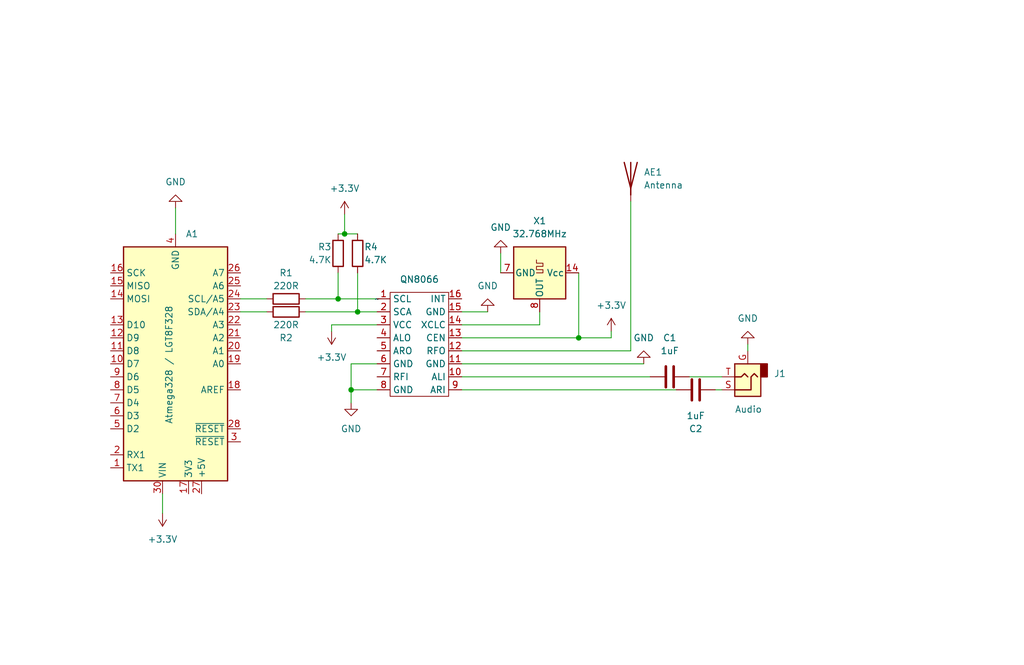
<source format=kicad_sch>
(kicad_sch (version 20230121) (generator eeschema)
  (paper "User" 200 129.997)
  (title_block (title "QN8066 and Arduino/Atmega328 basic setup") (company "Ricardo Lima Caratti"))
  (lib_symbols
    (symbol "Connector_Audio:AudioJack2_Ground"
      (property "Reference" "J" (at 0 8.89 0))
      (property "Value" "AudioJack2_Ground" (at 0 6.35 0))
      (symbol "AudioJack2_Ground_0_1"
        (rectangle (start -2.54 -2.54) (end -3.81 0) (stroke (width 0.254)) (fill (type outline)))
        (polyline (pts (xy 0 0) (xy 0.635 -0.635) (xy 1.27 0) (xy 2.54 0)) (stroke (width 0.254)))
        (polyline (pts (xy 2.54 2.54) (xy -0.635 2.54) (xy -0.635 0) (xy -1.27 -0.635) (xy -1.905 0)) (stroke (width 0.254)))
        (rectangle (start 2.54 3.81) (end -2.54 -2.54) (stroke (width 0.254)) (fill (type background)))
      )
      (symbol "AudioJack2_Ground_1_1"
        (pin passive line (at 0 -5.08 90) (length 2.54) (name "~") (number "G"))
        (pin passive line (at 5.08 2.54 180) (length 2.54) (name "~") (number "S"))
        (pin passive line (at 5.08 0 180) (length 2.54) (name "~") (number "T"))
      )
    )
    (symbol "Device:Antenna" (pin_numbers hide) (pin_names (offset 1.016) hide)
      (property "Reference" "AE" (at -1.905 1.905 0))
      (property "Value" "Antenna" (at -1.905 0 0))
      (symbol "Antenna_0_1"
        (polyline (pts (xy 0 2.54) (xy 0 -3.81)) (stroke (width 0.254)))
        (polyline (pts (xy 1.27 2.54) (xy 0 -2.54) (xy -1.27 2.54)) (stroke (width 0.254)))
      )
      (symbol "Antenna_1_1"
        (pin input line (at 0 -5.08 90) (length 2.54) (name "A") (number "1"))
      )
    )
    (symbol "Device:C" (pin_numbers hide) (pin_names (offset 0.254))
      (property "Reference" "C" (at 0.635 2.54 0))
      (property "Value" "C" (at 0.635 -2.54 0))
      (symbol "C_0_1"
        (polyline (pts (xy -2.032 -0.762) (xy 2.032 -0.762)) (stroke (width 0.508)))
        (polyline (pts (xy -2.032 0.762) (xy 2.032 0.762)) (stroke (width 0.508)))
      )
      (symbol "C_1_1"
        (pin passive line (at 0 3.81 270) (length 2.794) (name "~") (number "1"))
        (pin passive line (at 0 -3.81 90) (length 2.794) (name "~") (number "2"))
      )
    )
    (symbol "Device:R" (pin_numbers hide) (pin_names (offset 0))
      (property "Reference" "R" (at 2.032 0 90))
      (property "Value" "R" (at 0 0 90))
      (symbol "R_0_1"
        (rectangle (start -1.016 -2.54) (end 1.016 2.54) (stroke (width 0.254)))
      )
      (symbol "R_1_1"
        (pin passive line (at 0 3.81 270) (length 1.27) (name "~") (number "1"))
        (pin passive line (at 0 -3.81 90) (length 1.27) (name "~") (number "2"))
      )
    )
    (symbol "MCU_Module:Arduino_Nano_Every"
      (property "Reference" "A" (at -10.16 23.495 0))
      (property "Value" "Arduino_Nano_Every" (at 5.08 -24.13 0))
      (symbol "Arduino_Nano_Every_0_1"
        (rectangle (start -10.16 22.86) (end 10.16 -22.86) (stroke (width 0.254)) (fill (type background)))
      )
      (symbol "Arduino_Nano_Every_1_1"
        (pin bidirectional line (at -12.7 20.32 0) (length 2.54) (name "TX1") (number "1"))
        (pin bidirectional line (at -12.7 0 0) (length 2.54) (name "D7") (number "10"))
        (pin bidirectional line (at -12.7 -2.54 0) (length 2.54) (name "D8") (number "11"))
        (pin bidirectional line (at -12.7 -5.08 0) (length 2.54) (name "D9") (number "12"))
        (pin bidirectional line (at -12.7 -7.62 0) (length 2.54) (name "D10") (number "13"))
        (pin bidirectional line (at -12.7 -12.7 0) (length 2.54) (name "MOSI") (number "14"))
        (pin bidirectional line (at -12.7 -15.24 0) (length 2.54) (name "MISO") (number "15"))
        (pin bidirectional line (at -12.7 -17.78 0) (length 2.54) (name "SCK") (number "16"))
        (pin power_out line (at 2.54 25.4 270) (length 2.54) (name "3V3") (number "17"))
        (pin input line (at 12.7 5.08 180) (length 2.54) (name "AREF") (number "18"))
        (pin bidirectional line (at 12.7 0 180) (length 2.54) (name "A0") (number "19"))
        (pin bidirectional line (at -12.7 17.78 0) (length 2.54) (name "RX1") (number "2"))
        (pin bidirectional line (at 12.7 -2.54 180) (length 2.54) (name "A1") (number "20"))
        (pin bidirectional line (at 12.7 -5.08 180) (length 2.54) (name "A2") (number "21"))
        (pin bidirectional line (at 12.7 -7.62 180) (length 2.54) (name "A3") (number "22"))
        (pin bidirectional line (at 12.7 -10.16 180) (length 2.54) (name "SDA/A4") (number "23"))
        (pin bidirectional line (at 12.7 -12.7 180) (length 2.54) (name "SCL/A5") (number "24"))
        (pin bidirectional line (at 12.7 -15.24 180) (length 2.54) (name "A6") (number "25"))
        (pin bidirectional line (at 12.7 -17.78 180) (length 2.54) (name "A7") (number "26"))
        (pin power_out line (at 5.08 25.4 270) (length 2.54) (name "+5V") (number "27"))
        (pin input line (at 12.7 12.7 180) (length 2.54) (name "~{RESET}") (number "28"))
        (pin passive line (at 0 -25.4 90) (length 2.54) hide (name "GND") (number "29"))
        (pin input line (at 12.7 15.24 180) (length 2.54) (name "~{RESET}") (number "3"))
        (pin power_in line (at -2.54 25.4 270) (length 2.54) (name "VIN") (number "30"))
        (pin power_in line (at 0 -25.4 90) (length 2.54) (name "GND") (number "4"))
        (pin bidirectional line (at -12.7 12.7 0) (length 2.54) (name "D2") (number "5"))
        (pin bidirectional line (at -12.7 10.16 0) (length 2.54) (name "D3") (number "6"))
        (pin bidirectional line (at -12.7 7.62 0) (length 2.54) (name "D4") (number "7"))
        (pin bidirectional line (at -12.7 5.08 0) (length 2.54) (name "D5") (number "8"))
        (pin bidirectional line (at -12.7 2.54 0) (length 2.54) (name "D6") (number "9"))
      )
    )
    (symbol "Oscillator:ACO-xxxMHz" (pin_names (offset 0.254))
      (property "Reference" "X" (at -5.08 6.35 0))
      (property "Value" "ACO-xxxMHz" (at 1.27 -6.35 0))
      (symbol "ACO-xxxMHz_0_1"
        (rectangle (start -5.08 5.08) (end 5.08 -5.08) (stroke (width 0.254)) (fill (type background)))
        (polyline (pts (xy -2.54 -0.635) (xy -1.905 -0.635) (xy -1.905 0.635) (xy -1.27 0.635) (xy -1.27 -0.635) (xy -0.635 -0.635) (xy -0.635 0.635) (xy 0 0.635) (xy 0 -0.635)))
      )
      (symbol "ACO-xxxMHz_1_1"
        (pin no_connect line (at -5.08 2.54 0) (length 2.54) hide (name "NC") (number "1"))
        (pin power_in line (at 0 7.62 270) (length 2.54) (name "Vcc") (number "14"))
        (pin power_in line (at 0 -7.62 90) (length 2.54) (name "GND") (number "7"))
        (pin output line (at 7.62 0 180) (length 2.54) (name "OUT") (number "8"))
      )
    )
    (symbol "QN8066:QN8066"
      (property "Reference" "QN8066" (at 0 15.24 0))
      (symbol "QN8066_0_1"
        (rectangle (start -6.35 13.97) (end 5.08 -6.35))
      )
      (symbol "QN8066_1_1"
        (pin input line (at -8.89 12.7 0) (length 2.54) (name "SCL") (number "1"))
        (pin input line (at 7.62 -2.54 180) (length 2.54) (name "ALI") (number "10"))
        (pin passive line (at 7.62 0 180) (length 2.54) (name "GND") (number "11"))
        (pin output line (at 7.62 2.54 180) (length 2.54) (name "RFO") (number "12"))
        (pin input line (at 7.62 5.08 180) (length 2.54) (name "CEN") (number "13"))
        (pin input line (at 7.62 7.62 180) (length 2.54) (name "XCLC") (number "14"))
        (pin passive line (at 7.62 10.16 180) (length 2.54) (name "GND") (number "15"))
        (pin output line (at 7.62 12.7 180) (length 2.54) (name "INT") (number "16"))
        (pin bidirectional line (at -8.89 10.16 0) (length 2.54) (name "SCA") (number "2"))
        (pin power_in line (at -8.89 7.62 0) (length 2.54) (name "VCC") (number "3"))
        (pin output line (at -8.89 5.08 0) (length 2.54) (name "ALO") (number "4"))
        (pin output line (at -8.89 2.54 0) (length 2.54) (name "ARO") (number "5"))
        (pin passive line (at -8.89 0 0) (length 2.54) (name "GND") (number "6"))
        (pin input line (at -8.89 -2.54 0) (length 2.54) (name "RFI") (number "7"))
        (pin passive line (at -8.89 -5.08 0) (length 2.54) (name "GND") (number "8"))
        (pin input line (at 7.62 -5.08 180) (length 2.54) (name "ARI") (number "9"))
      )
    )
    (symbol "power:+3.3V" (power) (pin_names (offset 0))
      (property "Value" "+3.3V" (at 0 3.556 0))
      (symbol "+3.3V_0_1"
        (polyline (pts (xy -0.762 1.27) (xy 0 2.54)))
        (polyline (pts (xy 0 0) (xy 0 2.54)))
        (polyline (pts (xy 0 2.54) (xy 0.762 1.27)))
      )
      (symbol "+3.3V_1_1"
        (pin power_in line (at 0 0 90) (length 0) hide (name "+3.3V") (number "1"))
      )
    )
    (symbol "power:GND" (power) (pin_names (offset 0))
      (property "Value" "GND" (at 0 -3.81 0))
      (symbol "GND_0_1"
        (polyline (pts (xy 0 0) (xy 0 -1.27) (xy 1.27 -1.27) (xy 0 -2.54) (xy -1.27 -1.27) (xy 0 -1.27)))
      )
      (symbol "GND_1_1"
        (pin power_in line (at 0 0 270) (length 0) hide (name "GND") (number "1"))
      )
    )
  )
  (junction (at 66.04 58.42))
  (junction (at 69.85 60.96))
  (junction (at 113.03 66.04))
  (junction (at 67.31 45.72))
  (junction (at 68.58 76.2))
  (wire (pts (xy 66.04 58.42) (xy 73.66 58.42)))
  (wire (pts (xy 146.05 67.31) (xy 146.05 68.58)))
  (wire (pts (xy 73.66 71.12) (xy 68.58 71.12)))
  (wire (pts (xy 90.17 73.66) (xy 127 73.66)))
  (wire (pts (xy 67.31 41.91) (xy 67.31 45.72)))
  (wire (pts (xy 67.31 45.72) (xy 69.85 45.72)))
  (wire (pts (xy 113.03 66.04) (xy 119.38 66.04)))
  (wire (pts (xy 68.58 71.12) (xy 68.58 76.2)))
  (wire (pts (xy 90.17 76.2) (xy 132.08 76.2)))
  (wire (pts (xy 64.77 63.5) (xy 64.77 64.77)))
  (wire (pts (xy 90.17 60.96) (xy 95.25 60.96)))
  (wire (pts (xy 134.62 73.66) (xy 140.97 73.66)))
  (wire (pts (xy 97.79 49.53) (xy 97.79 53.34)))
  (wire (pts (xy 66.04 45.72) (xy 67.31 45.72)))
  (wire (pts (xy 90.17 63.5) (xy 105.41 63.5)))
  (wire (pts (xy 90.17 66.04) (xy 113.03 66.04)))
  (wire (pts (xy 59.69 58.42) (xy 66.04 58.42)))
  (wire (pts (xy 31.75 96.52) (xy 31.75 100.33)))
  (wire (pts (xy 73.66 63.5) (xy 64.77 63.5)))
  (wire (pts (xy 68.58 76.2) (xy 73.66 76.2)))
  (wire (pts (xy 69.85 53.34) (xy 69.85 60.96)))
  (wire (pts (xy 139.7 76.2) (xy 140.97 76.2)))
  (wire (pts (xy 123.19 68.58) (xy 123.19 39.37)))
  (wire (pts (xy 46.99 58.42) (xy 52.07 58.42)))
  (wire (pts (xy 119.38 64.77) (xy 119.38 66.04)))
  (wire (pts (xy 69.85 60.96) (xy 73.66 60.96)))
  (wire (pts (xy 68.58 76.2) (xy 68.58 78.74)))
  (wire (pts (xy 105.41 60.96) (xy 105.41 63.5)))
  (wire (pts (xy 34.29 40.64) (xy 34.29 45.72)))
  (wire (pts (xy 90.17 68.58) (xy 123.19 68.58)))
  (wire (pts (xy 46.99 60.96) (xy 52.07 60.96)))
  (wire (pts (xy 90.17 71.12) (xy 125.73 71.12)))
  (wire (pts (xy 66.04 53.34) (xy 66.04 58.42)))
  (wire (pts (xy 113.03 53.34) (xy 113.03 66.04)))
  (wire (pts (xy 59.69 60.96) (xy 69.85 60.96)))
  (symbol (lib_id "MCU_Module:Arduino_Nano_Every") (at 34.29 71.12 0) (mirror x) (unit 1)
    (property "Reference" "A1" (at 36.2459 45.72 0) (effects (justify left)))
    (property "Value" "Atmega328 / LGT8F328" (at 33.02 59.69 90) (effects (justify left)))
    (property "Footprint" "Module:Arduino_Nano" (effects hide))
    (property "Datasheet" "https://content.arduino.cc/assets/NANOEveryV3.0_sch.pdf" (effects hide))
  )
  (symbol (lib_id "power:GND") (at 95.25 60.96 180) (unit 1)
    (property "Reference" "#PWR06" (effects hide))
    (property "Value" "GND" (at 95.25 55.88 0))
  )
  (symbol (lib_id "Oscillator:ACO-xxxMHz") (at 105.41 53.34 270) (unit 1)
    (property "Reference" "X1" (at 105.41 43.18 90))
    (property "Value" "32.768MHz" (at 105.41 45.72 90))
    (property "Footprint" "Oscillator:Oscillator_DIP-14" (effects hide))
    (property "Datasheet" "http://www.conwin.com/datasheets/cx/cx030.pdf" (effects hide))
  )
  (symbol (lib_id "power:GND") (at 125.73 71.12 180) (unit 1)
    (property "Reference" "#PWR03" (effects hide))
    (property "Value" "GND" (at 125.73 66.04 0))
  )
  (symbol (lib_id "Device:R") (at 55.88 60.96 270) (mirror x) (unit 1)
    (property "Reference" "R2" (at 55.88 66.04 90))
    (property "Value" "220R" (at 55.88 63.5 90))
  )
  (symbol (lib_id "Device:C") (at 135.89 76.2 270) (mirror x) (unit 1)
    (property "Reference" "C2" (at 135.89 83.82 90))
    (property "Value" "1uF" (at 135.89 81.28 90))
  )
  (symbol (lib_id "Device:Antenna") (at 123.19 34.29 0) (unit 1)
    (property "Reference" "AE1" (at 125.73 33.655 0) (effects (justify left)))
    (property "Value" "Antenna" (at 125.73 36.195 0) (effects (justify left)))
  )
  (symbol (lib_id "power:GND") (at 68.58 78.74 0) (unit 1)
    (property "Reference" "#PWR07" (effects hide))
    (property "Value" "GND" (at 68.58 83.82 0))
  )
  (symbol (lib_id "QN8066:QN8066") (at 82.55 71.12 0) (unit 1)
    (property "Reference" "QN8066" (at 81.915 54.61 0))
    (property "Value" "~" (at 73.66 58.42 0))
  )
  (symbol (lib_id "Connector_Audio:AudioJack2_Ground") (at 146.05 73.66 180) (unit 1)
    (property "Reference" "J1" (at 151.13 73.025 0) (effects (justify right)))
    (property "Value" "Audio" (at 143.51 80.01 0) (effects (justify right)))
  )
  (symbol (lib_id "Device:C") (at 130.81 73.66 270) (unit 1)
    (property "Reference" "C1" (at 130.81 66.04 90))
    (property "Value" "1uF" (at 130.81 68.58 90))
  )
  (symbol (lib_id "Device:R") (at 66.04 49.53 0) (mirror y) (unit 1)
    (property "Reference" "R3" (at 64.77 48.26 0) (effects (justify left)))
    (property "Value" "4.7K" (at 64.77 50.8 0) (effects (justify left)))
  )
  (symbol (lib_id "power:GND") (at 97.79 49.53 180) (unit 1)
    (property "Reference" "#PWR05" (effects hide))
    (property "Value" "GND" (at 97.79 44.45 0))
  )
  (symbol (lib_id "power:GND") (at 146.05 67.31 180) (unit 1)
    (property "Reference" "#PWR02" (effects hide))
    (property "Value" "GND" (at 146.05 62.23 0))
  )
  (symbol (lib_id "Device:R") (at 55.88 58.42 270) (unit 1)
    (property "Reference" "R1" (at 55.88 53.34 90))
    (property "Value" "220R" (at 55.88 55.88 90))
  )
  (symbol (lib_id "Device:R") (at 69.85 49.53 0) (unit 1)
    (property "Reference" "R4" (at 71.12 48.26 0) (effects (justify left)))
    (property "Value" "4.7K" (at 71.12 50.8 0) (effects (justify left)))
  )
  (symbol (lib_id "power:+3.3V") (at 31.75 100.33 180) (unit 1)
    (property "Reference" "#PWR09" (effects hide))
    (property "Value" "+3.3V" (at 31.75 105.41 0))
  )
  (symbol (lib_id "power:GND") (at 34.29 40.64 180) (unit 1)
    (property "Reference" "#PWR08" (effects hide))
    (property "Value" "GND" (at 34.29 35.56 0))
  )
  (symbol (lib_id "power:+3.3V") (at 67.31 41.91 0) (unit 1)
    (property "Reference" "#PWR01" (effects hide))
    (property "Value" "+3.3V" (at 67.31 36.83 0))
  )
  (symbol (lib_id "power:+3.3V") (at 64.77 64.77 180) (unit 1)
    (property "Reference" "#PWR010" (effects hide))
    (property "Value" "+3.3V" (at 64.77 69.85 0))
  )
  (symbol (lib_id "power:+3.3V") (at 119.38 64.77 0) (unit 1)
    (property "Reference" "#PWR04" (effects hide))
    (property "Value" "+3.3V" (at 119.38 59.69 0))
  )
)
</source>
